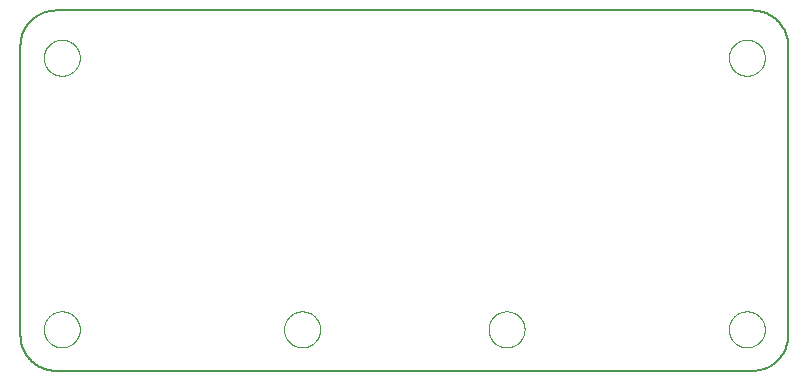
<source format=gko>
G75*
%MOIN*%
%OFA0B0*%
%FSLAX25Y25*%
%IPPOS*%
%LPD*%
%AMOC8*
5,1,8,0,0,1.08239X$1,22.5*
%
%ADD10C,0.00800*%
%ADD11C,0.00000*%
D10*
X0123144Y0128000D02*
X0355428Y0128000D01*
X0355713Y0128003D01*
X0355999Y0128014D01*
X0356284Y0128031D01*
X0356568Y0128055D01*
X0356852Y0128086D01*
X0357135Y0128124D01*
X0357416Y0128169D01*
X0357697Y0128220D01*
X0357977Y0128278D01*
X0358255Y0128343D01*
X0358531Y0128415D01*
X0358805Y0128493D01*
X0359078Y0128578D01*
X0359348Y0128670D01*
X0359616Y0128768D01*
X0359882Y0128872D01*
X0360145Y0128983D01*
X0360405Y0129100D01*
X0360663Y0129223D01*
X0360917Y0129353D01*
X0361168Y0129489D01*
X0361416Y0129630D01*
X0361660Y0129778D01*
X0361901Y0129931D01*
X0362137Y0130091D01*
X0362370Y0130256D01*
X0362599Y0130426D01*
X0362824Y0130602D01*
X0363044Y0130784D01*
X0363260Y0130970D01*
X0363471Y0131162D01*
X0363678Y0131359D01*
X0363880Y0131561D01*
X0364077Y0131768D01*
X0364269Y0131979D01*
X0364455Y0132195D01*
X0364637Y0132415D01*
X0364813Y0132640D01*
X0364983Y0132869D01*
X0365148Y0133102D01*
X0365308Y0133338D01*
X0365461Y0133579D01*
X0365609Y0133823D01*
X0365750Y0134071D01*
X0365886Y0134322D01*
X0366016Y0134576D01*
X0366139Y0134834D01*
X0366256Y0135094D01*
X0366367Y0135357D01*
X0366471Y0135623D01*
X0366569Y0135891D01*
X0366661Y0136161D01*
X0366746Y0136434D01*
X0366824Y0136708D01*
X0366896Y0136984D01*
X0366961Y0137262D01*
X0367019Y0137542D01*
X0367070Y0137823D01*
X0367115Y0138104D01*
X0367153Y0138387D01*
X0367184Y0138671D01*
X0367208Y0138955D01*
X0367225Y0139240D01*
X0367236Y0139526D01*
X0367239Y0139811D01*
X0367239Y0236268D01*
X0367236Y0236553D01*
X0367225Y0236839D01*
X0367208Y0237124D01*
X0367184Y0237408D01*
X0367153Y0237692D01*
X0367115Y0237975D01*
X0367070Y0238256D01*
X0367019Y0238537D01*
X0366961Y0238817D01*
X0366896Y0239095D01*
X0366824Y0239371D01*
X0366746Y0239645D01*
X0366661Y0239918D01*
X0366569Y0240188D01*
X0366471Y0240456D01*
X0366367Y0240722D01*
X0366256Y0240985D01*
X0366139Y0241245D01*
X0366016Y0241503D01*
X0365886Y0241757D01*
X0365750Y0242008D01*
X0365609Y0242256D01*
X0365461Y0242500D01*
X0365308Y0242741D01*
X0365148Y0242977D01*
X0364983Y0243210D01*
X0364813Y0243439D01*
X0364637Y0243664D01*
X0364455Y0243884D01*
X0364269Y0244100D01*
X0364077Y0244311D01*
X0363880Y0244518D01*
X0363678Y0244720D01*
X0363471Y0244917D01*
X0363260Y0245109D01*
X0363044Y0245295D01*
X0362824Y0245477D01*
X0362599Y0245653D01*
X0362370Y0245823D01*
X0362137Y0245988D01*
X0361901Y0246148D01*
X0361660Y0246301D01*
X0361416Y0246449D01*
X0361168Y0246590D01*
X0360917Y0246726D01*
X0360663Y0246856D01*
X0360405Y0246979D01*
X0360145Y0247096D01*
X0359882Y0247207D01*
X0359616Y0247311D01*
X0359348Y0247409D01*
X0359078Y0247501D01*
X0358805Y0247586D01*
X0358531Y0247664D01*
X0358255Y0247736D01*
X0357977Y0247801D01*
X0357697Y0247859D01*
X0357416Y0247910D01*
X0357135Y0247955D01*
X0356852Y0247993D01*
X0356568Y0248024D01*
X0356284Y0248048D01*
X0355999Y0248065D01*
X0355713Y0248076D01*
X0355428Y0248079D01*
X0123144Y0248079D01*
X0122859Y0248076D01*
X0122573Y0248065D01*
X0122288Y0248048D01*
X0122004Y0248024D01*
X0121720Y0247993D01*
X0121437Y0247955D01*
X0121156Y0247910D01*
X0120875Y0247859D01*
X0120595Y0247801D01*
X0120317Y0247736D01*
X0120041Y0247664D01*
X0119767Y0247586D01*
X0119494Y0247501D01*
X0119224Y0247409D01*
X0118956Y0247311D01*
X0118690Y0247207D01*
X0118427Y0247096D01*
X0118167Y0246979D01*
X0117909Y0246856D01*
X0117655Y0246726D01*
X0117404Y0246590D01*
X0117156Y0246449D01*
X0116912Y0246301D01*
X0116671Y0246148D01*
X0116435Y0245988D01*
X0116202Y0245823D01*
X0115973Y0245653D01*
X0115748Y0245477D01*
X0115528Y0245295D01*
X0115312Y0245109D01*
X0115101Y0244917D01*
X0114894Y0244720D01*
X0114692Y0244518D01*
X0114495Y0244311D01*
X0114303Y0244100D01*
X0114117Y0243884D01*
X0113935Y0243664D01*
X0113759Y0243439D01*
X0113589Y0243210D01*
X0113424Y0242977D01*
X0113264Y0242741D01*
X0113111Y0242500D01*
X0112963Y0242256D01*
X0112822Y0242008D01*
X0112686Y0241757D01*
X0112556Y0241503D01*
X0112433Y0241245D01*
X0112316Y0240985D01*
X0112205Y0240722D01*
X0112101Y0240456D01*
X0112003Y0240188D01*
X0111911Y0239918D01*
X0111826Y0239645D01*
X0111748Y0239371D01*
X0111676Y0239095D01*
X0111611Y0238817D01*
X0111553Y0238537D01*
X0111502Y0238256D01*
X0111457Y0237975D01*
X0111419Y0237692D01*
X0111388Y0237408D01*
X0111364Y0237124D01*
X0111347Y0236839D01*
X0111336Y0236553D01*
X0111333Y0236268D01*
X0111333Y0139811D01*
X0111336Y0139526D01*
X0111347Y0139240D01*
X0111364Y0138955D01*
X0111388Y0138671D01*
X0111419Y0138387D01*
X0111457Y0138104D01*
X0111502Y0137823D01*
X0111553Y0137542D01*
X0111611Y0137262D01*
X0111676Y0136984D01*
X0111748Y0136708D01*
X0111826Y0136434D01*
X0111911Y0136161D01*
X0112003Y0135891D01*
X0112101Y0135623D01*
X0112205Y0135357D01*
X0112316Y0135094D01*
X0112433Y0134834D01*
X0112556Y0134576D01*
X0112686Y0134322D01*
X0112822Y0134071D01*
X0112963Y0133823D01*
X0113111Y0133579D01*
X0113264Y0133338D01*
X0113424Y0133102D01*
X0113589Y0132869D01*
X0113759Y0132640D01*
X0113935Y0132415D01*
X0114117Y0132195D01*
X0114303Y0131979D01*
X0114495Y0131768D01*
X0114692Y0131561D01*
X0114894Y0131359D01*
X0115101Y0131162D01*
X0115312Y0130970D01*
X0115528Y0130784D01*
X0115748Y0130602D01*
X0115973Y0130426D01*
X0116202Y0130256D01*
X0116435Y0130091D01*
X0116671Y0129931D01*
X0116912Y0129778D01*
X0117156Y0129630D01*
X0117404Y0129489D01*
X0117655Y0129353D01*
X0117909Y0129223D01*
X0118167Y0129100D01*
X0118427Y0128983D01*
X0118690Y0128872D01*
X0118956Y0128768D01*
X0119224Y0128670D01*
X0119494Y0128578D01*
X0119767Y0128493D01*
X0120041Y0128415D01*
X0120317Y0128343D01*
X0120595Y0128278D01*
X0120875Y0128220D01*
X0121156Y0128169D01*
X0121437Y0128124D01*
X0121720Y0128086D01*
X0122004Y0128055D01*
X0122288Y0128031D01*
X0122573Y0128014D01*
X0122859Y0128003D01*
X0123144Y0128000D01*
D11*
X0119113Y0141780D02*
X0119115Y0141934D01*
X0119121Y0142089D01*
X0119131Y0142243D01*
X0119145Y0142397D01*
X0119163Y0142550D01*
X0119184Y0142703D01*
X0119210Y0142856D01*
X0119240Y0143007D01*
X0119273Y0143158D01*
X0119311Y0143308D01*
X0119352Y0143457D01*
X0119397Y0143605D01*
X0119446Y0143751D01*
X0119499Y0143897D01*
X0119555Y0144040D01*
X0119615Y0144183D01*
X0119679Y0144323D01*
X0119746Y0144463D01*
X0119817Y0144600D01*
X0119891Y0144735D01*
X0119969Y0144869D01*
X0120050Y0145000D01*
X0120135Y0145129D01*
X0120223Y0145257D01*
X0120314Y0145381D01*
X0120408Y0145504D01*
X0120506Y0145624D01*
X0120606Y0145741D01*
X0120710Y0145856D01*
X0120816Y0145968D01*
X0120925Y0146077D01*
X0121037Y0146183D01*
X0121152Y0146287D01*
X0121269Y0146387D01*
X0121389Y0146485D01*
X0121512Y0146579D01*
X0121636Y0146670D01*
X0121764Y0146758D01*
X0121893Y0146843D01*
X0122024Y0146924D01*
X0122158Y0147002D01*
X0122293Y0147076D01*
X0122430Y0147147D01*
X0122570Y0147214D01*
X0122710Y0147278D01*
X0122853Y0147338D01*
X0122996Y0147394D01*
X0123142Y0147447D01*
X0123288Y0147496D01*
X0123436Y0147541D01*
X0123585Y0147582D01*
X0123735Y0147620D01*
X0123886Y0147653D01*
X0124037Y0147683D01*
X0124190Y0147709D01*
X0124343Y0147730D01*
X0124496Y0147748D01*
X0124650Y0147762D01*
X0124804Y0147772D01*
X0124959Y0147778D01*
X0125113Y0147780D01*
X0125267Y0147778D01*
X0125422Y0147772D01*
X0125576Y0147762D01*
X0125730Y0147748D01*
X0125883Y0147730D01*
X0126036Y0147709D01*
X0126189Y0147683D01*
X0126340Y0147653D01*
X0126491Y0147620D01*
X0126641Y0147582D01*
X0126790Y0147541D01*
X0126938Y0147496D01*
X0127084Y0147447D01*
X0127230Y0147394D01*
X0127373Y0147338D01*
X0127516Y0147278D01*
X0127656Y0147214D01*
X0127796Y0147147D01*
X0127933Y0147076D01*
X0128068Y0147002D01*
X0128202Y0146924D01*
X0128333Y0146843D01*
X0128462Y0146758D01*
X0128590Y0146670D01*
X0128714Y0146579D01*
X0128837Y0146485D01*
X0128957Y0146387D01*
X0129074Y0146287D01*
X0129189Y0146183D01*
X0129301Y0146077D01*
X0129410Y0145968D01*
X0129516Y0145856D01*
X0129620Y0145741D01*
X0129720Y0145624D01*
X0129818Y0145504D01*
X0129912Y0145381D01*
X0130003Y0145257D01*
X0130091Y0145129D01*
X0130176Y0145000D01*
X0130257Y0144869D01*
X0130335Y0144735D01*
X0130409Y0144600D01*
X0130480Y0144463D01*
X0130547Y0144323D01*
X0130611Y0144183D01*
X0130671Y0144040D01*
X0130727Y0143897D01*
X0130780Y0143751D01*
X0130829Y0143605D01*
X0130874Y0143457D01*
X0130915Y0143308D01*
X0130953Y0143158D01*
X0130986Y0143007D01*
X0131016Y0142856D01*
X0131042Y0142703D01*
X0131063Y0142550D01*
X0131081Y0142397D01*
X0131095Y0142243D01*
X0131105Y0142089D01*
X0131111Y0141934D01*
X0131113Y0141780D01*
X0131111Y0141626D01*
X0131105Y0141471D01*
X0131095Y0141317D01*
X0131081Y0141163D01*
X0131063Y0141010D01*
X0131042Y0140857D01*
X0131016Y0140704D01*
X0130986Y0140553D01*
X0130953Y0140402D01*
X0130915Y0140252D01*
X0130874Y0140103D01*
X0130829Y0139955D01*
X0130780Y0139809D01*
X0130727Y0139663D01*
X0130671Y0139520D01*
X0130611Y0139377D01*
X0130547Y0139237D01*
X0130480Y0139097D01*
X0130409Y0138960D01*
X0130335Y0138825D01*
X0130257Y0138691D01*
X0130176Y0138560D01*
X0130091Y0138431D01*
X0130003Y0138303D01*
X0129912Y0138179D01*
X0129818Y0138056D01*
X0129720Y0137936D01*
X0129620Y0137819D01*
X0129516Y0137704D01*
X0129410Y0137592D01*
X0129301Y0137483D01*
X0129189Y0137377D01*
X0129074Y0137273D01*
X0128957Y0137173D01*
X0128837Y0137075D01*
X0128714Y0136981D01*
X0128590Y0136890D01*
X0128462Y0136802D01*
X0128333Y0136717D01*
X0128202Y0136636D01*
X0128068Y0136558D01*
X0127933Y0136484D01*
X0127796Y0136413D01*
X0127656Y0136346D01*
X0127516Y0136282D01*
X0127373Y0136222D01*
X0127230Y0136166D01*
X0127084Y0136113D01*
X0126938Y0136064D01*
X0126790Y0136019D01*
X0126641Y0135978D01*
X0126491Y0135940D01*
X0126340Y0135907D01*
X0126189Y0135877D01*
X0126036Y0135851D01*
X0125883Y0135830D01*
X0125730Y0135812D01*
X0125576Y0135798D01*
X0125422Y0135788D01*
X0125267Y0135782D01*
X0125113Y0135780D01*
X0124959Y0135782D01*
X0124804Y0135788D01*
X0124650Y0135798D01*
X0124496Y0135812D01*
X0124343Y0135830D01*
X0124190Y0135851D01*
X0124037Y0135877D01*
X0123886Y0135907D01*
X0123735Y0135940D01*
X0123585Y0135978D01*
X0123436Y0136019D01*
X0123288Y0136064D01*
X0123142Y0136113D01*
X0122996Y0136166D01*
X0122853Y0136222D01*
X0122710Y0136282D01*
X0122570Y0136346D01*
X0122430Y0136413D01*
X0122293Y0136484D01*
X0122158Y0136558D01*
X0122024Y0136636D01*
X0121893Y0136717D01*
X0121764Y0136802D01*
X0121636Y0136890D01*
X0121512Y0136981D01*
X0121389Y0137075D01*
X0121269Y0137173D01*
X0121152Y0137273D01*
X0121037Y0137377D01*
X0120925Y0137483D01*
X0120816Y0137592D01*
X0120710Y0137704D01*
X0120606Y0137819D01*
X0120506Y0137936D01*
X0120408Y0138056D01*
X0120314Y0138179D01*
X0120223Y0138303D01*
X0120135Y0138431D01*
X0120050Y0138560D01*
X0119969Y0138691D01*
X0119891Y0138825D01*
X0119817Y0138960D01*
X0119746Y0139097D01*
X0119679Y0139237D01*
X0119615Y0139377D01*
X0119555Y0139520D01*
X0119499Y0139663D01*
X0119446Y0139809D01*
X0119397Y0139955D01*
X0119352Y0140103D01*
X0119311Y0140252D01*
X0119273Y0140402D01*
X0119240Y0140553D01*
X0119210Y0140704D01*
X0119184Y0140857D01*
X0119163Y0141010D01*
X0119145Y0141163D01*
X0119131Y0141317D01*
X0119121Y0141471D01*
X0119115Y0141626D01*
X0119113Y0141780D01*
X0199213Y0141780D02*
X0199215Y0141934D01*
X0199221Y0142089D01*
X0199231Y0142243D01*
X0199245Y0142397D01*
X0199263Y0142550D01*
X0199284Y0142703D01*
X0199310Y0142856D01*
X0199340Y0143007D01*
X0199373Y0143158D01*
X0199411Y0143308D01*
X0199452Y0143457D01*
X0199497Y0143605D01*
X0199546Y0143751D01*
X0199599Y0143897D01*
X0199655Y0144040D01*
X0199715Y0144183D01*
X0199779Y0144323D01*
X0199846Y0144463D01*
X0199917Y0144600D01*
X0199991Y0144735D01*
X0200069Y0144869D01*
X0200150Y0145000D01*
X0200235Y0145129D01*
X0200323Y0145257D01*
X0200414Y0145381D01*
X0200508Y0145504D01*
X0200606Y0145624D01*
X0200706Y0145741D01*
X0200810Y0145856D01*
X0200916Y0145968D01*
X0201025Y0146077D01*
X0201137Y0146183D01*
X0201252Y0146287D01*
X0201369Y0146387D01*
X0201489Y0146485D01*
X0201612Y0146579D01*
X0201736Y0146670D01*
X0201864Y0146758D01*
X0201993Y0146843D01*
X0202124Y0146924D01*
X0202258Y0147002D01*
X0202393Y0147076D01*
X0202530Y0147147D01*
X0202670Y0147214D01*
X0202810Y0147278D01*
X0202953Y0147338D01*
X0203096Y0147394D01*
X0203242Y0147447D01*
X0203388Y0147496D01*
X0203536Y0147541D01*
X0203685Y0147582D01*
X0203835Y0147620D01*
X0203986Y0147653D01*
X0204137Y0147683D01*
X0204290Y0147709D01*
X0204443Y0147730D01*
X0204596Y0147748D01*
X0204750Y0147762D01*
X0204904Y0147772D01*
X0205059Y0147778D01*
X0205213Y0147780D01*
X0205367Y0147778D01*
X0205522Y0147772D01*
X0205676Y0147762D01*
X0205830Y0147748D01*
X0205983Y0147730D01*
X0206136Y0147709D01*
X0206289Y0147683D01*
X0206440Y0147653D01*
X0206591Y0147620D01*
X0206741Y0147582D01*
X0206890Y0147541D01*
X0207038Y0147496D01*
X0207184Y0147447D01*
X0207330Y0147394D01*
X0207473Y0147338D01*
X0207616Y0147278D01*
X0207756Y0147214D01*
X0207896Y0147147D01*
X0208033Y0147076D01*
X0208168Y0147002D01*
X0208302Y0146924D01*
X0208433Y0146843D01*
X0208562Y0146758D01*
X0208690Y0146670D01*
X0208814Y0146579D01*
X0208937Y0146485D01*
X0209057Y0146387D01*
X0209174Y0146287D01*
X0209289Y0146183D01*
X0209401Y0146077D01*
X0209510Y0145968D01*
X0209616Y0145856D01*
X0209720Y0145741D01*
X0209820Y0145624D01*
X0209918Y0145504D01*
X0210012Y0145381D01*
X0210103Y0145257D01*
X0210191Y0145129D01*
X0210276Y0145000D01*
X0210357Y0144869D01*
X0210435Y0144735D01*
X0210509Y0144600D01*
X0210580Y0144463D01*
X0210647Y0144323D01*
X0210711Y0144183D01*
X0210771Y0144040D01*
X0210827Y0143897D01*
X0210880Y0143751D01*
X0210929Y0143605D01*
X0210974Y0143457D01*
X0211015Y0143308D01*
X0211053Y0143158D01*
X0211086Y0143007D01*
X0211116Y0142856D01*
X0211142Y0142703D01*
X0211163Y0142550D01*
X0211181Y0142397D01*
X0211195Y0142243D01*
X0211205Y0142089D01*
X0211211Y0141934D01*
X0211213Y0141780D01*
X0211211Y0141626D01*
X0211205Y0141471D01*
X0211195Y0141317D01*
X0211181Y0141163D01*
X0211163Y0141010D01*
X0211142Y0140857D01*
X0211116Y0140704D01*
X0211086Y0140553D01*
X0211053Y0140402D01*
X0211015Y0140252D01*
X0210974Y0140103D01*
X0210929Y0139955D01*
X0210880Y0139809D01*
X0210827Y0139663D01*
X0210771Y0139520D01*
X0210711Y0139377D01*
X0210647Y0139237D01*
X0210580Y0139097D01*
X0210509Y0138960D01*
X0210435Y0138825D01*
X0210357Y0138691D01*
X0210276Y0138560D01*
X0210191Y0138431D01*
X0210103Y0138303D01*
X0210012Y0138179D01*
X0209918Y0138056D01*
X0209820Y0137936D01*
X0209720Y0137819D01*
X0209616Y0137704D01*
X0209510Y0137592D01*
X0209401Y0137483D01*
X0209289Y0137377D01*
X0209174Y0137273D01*
X0209057Y0137173D01*
X0208937Y0137075D01*
X0208814Y0136981D01*
X0208690Y0136890D01*
X0208562Y0136802D01*
X0208433Y0136717D01*
X0208302Y0136636D01*
X0208168Y0136558D01*
X0208033Y0136484D01*
X0207896Y0136413D01*
X0207756Y0136346D01*
X0207616Y0136282D01*
X0207473Y0136222D01*
X0207330Y0136166D01*
X0207184Y0136113D01*
X0207038Y0136064D01*
X0206890Y0136019D01*
X0206741Y0135978D01*
X0206591Y0135940D01*
X0206440Y0135907D01*
X0206289Y0135877D01*
X0206136Y0135851D01*
X0205983Y0135830D01*
X0205830Y0135812D01*
X0205676Y0135798D01*
X0205522Y0135788D01*
X0205367Y0135782D01*
X0205213Y0135780D01*
X0205059Y0135782D01*
X0204904Y0135788D01*
X0204750Y0135798D01*
X0204596Y0135812D01*
X0204443Y0135830D01*
X0204290Y0135851D01*
X0204137Y0135877D01*
X0203986Y0135907D01*
X0203835Y0135940D01*
X0203685Y0135978D01*
X0203536Y0136019D01*
X0203388Y0136064D01*
X0203242Y0136113D01*
X0203096Y0136166D01*
X0202953Y0136222D01*
X0202810Y0136282D01*
X0202670Y0136346D01*
X0202530Y0136413D01*
X0202393Y0136484D01*
X0202258Y0136558D01*
X0202124Y0136636D01*
X0201993Y0136717D01*
X0201864Y0136802D01*
X0201736Y0136890D01*
X0201612Y0136981D01*
X0201489Y0137075D01*
X0201369Y0137173D01*
X0201252Y0137273D01*
X0201137Y0137377D01*
X0201025Y0137483D01*
X0200916Y0137592D01*
X0200810Y0137704D01*
X0200706Y0137819D01*
X0200606Y0137936D01*
X0200508Y0138056D01*
X0200414Y0138179D01*
X0200323Y0138303D01*
X0200235Y0138431D01*
X0200150Y0138560D01*
X0200069Y0138691D01*
X0199991Y0138825D01*
X0199917Y0138960D01*
X0199846Y0139097D01*
X0199779Y0139237D01*
X0199715Y0139377D01*
X0199655Y0139520D01*
X0199599Y0139663D01*
X0199546Y0139809D01*
X0199497Y0139955D01*
X0199452Y0140103D01*
X0199411Y0140252D01*
X0199373Y0140402D01*
X0199340Y0140553D01*
X0199310Y0140704D01*
X0199284Y0140857D01*
X0199263Y0141010D01*
X0199245Y0141163D01*
X0199231Y0141317D01*
X0199221Y0141471D01*
X0199215Y0141626D01*
X0199213Y0141780D01*
X0267359Y0141780D02*
X0267361Y0141934D01*
X0267367Y0142089D01*
X0267377Y0142243D01*
X0267391Y0142397D01*
X0267409Y0142550D01*
X0267430Y0142703D01*
X0267456Y0142856D01*
X0267486Y0143007D01*
X0267519Y0143158D01*
X0267557Y0143308D01*
X0267598Y0143457D01*
X0267643Y0143605D01*
X0267692Y0143751D01*
X0267745Y0143897D01*
X0267801Y0144040D01*
X0267861Y0144183D01*
X0267925Y0144323D01*
X0267992Y0144463D01*
X0268063Y0144600D01*
X0268137Y0144735D01*
X0268215Y0144869D01*
X0268296Y0145000D01*
X0268381Y0145129D01*
X0268469Y0145257D01*
X0268560Y0145381D01*
X0268654Y0145504D01*
X0268752Y0145624D01*
X0268852Y0145741D01*
X0268956Y0145856D01*
X0269062Y0145968D01*
X0269171Y0146077D01*
X0269283Y0146183D01*
X0269398Y0146287D01*
X0269515Y0146387D01*
X0269635Y0146485D01*
X0269758Y0146579D01*
X0269882Y0146670D01*
X0270010Y0146758D01*
X0270139Y0146843D01*
X0270270Y0146924D01*
X0270404Y0147002D01*
X0270539Y0147076D01*
X0270676Y0147147D01*
X0270816Y0147214D01*
X0270956Y0147278D01*
X0271099Y0147338D01*
X0271242Y0147394D01*
X0271388Y0147447D01*
X0271534Y0147496D01*
X0271682Y0147541D01*
X0271831Y0147582D01*
X0271981Y0147620D01*
X0272132Y0147653D01*
X0272283Y0147683D01*
X0272436Y0147709D01*
X0272589Y0147730D01*
X0272742Y0147748D01*
X0272896Y0147762D01*
X0273050Y0147772D01*
X0273205Y0147778D01*
X0273359Y0147780D01*
X0273513Y0147778D01*
X0273668Y0147772D01*
X0273822Y0147762D01*
X0273976Y0147748D01*
X0274129Y0147730D01*
X0274282Y0147709D01*
X0274435Y0147683D01*
X0274586Y0147653D01*
X0274737Y0147620D01*
X0274887Y0147582D01*
X0275036Y0147541D01*
X0275184Y0147496D01*
X0275330Y0147447D01*
X0275476Y0147394D01*
X0275619Y0147338D01*
X0275762Y0147278D01*
X0275902Y0147214D01*
X0276042Y0147147D01*
X0276179Y0147076D01*
X0276314Y0147002D01*
X0276448Y0146924D01*
X0276579Y0146843D01*
X0276708Y0146758D01*
X0276836Y0146670D01*
X0276960Y0146579D01*
X0277083Y0146485D01*
X0277203Y0146387D01*
X0277320Y0146287D01*
X0277435Y0146183D01*
X0277547Y0146077D01*
X0277656Y0145968D01*
X0277762Y0145856D01*
X0277866Y0145741D01*
X0277966Y0145624D01*
X0278064Y0145504D01*
X0278158Y0145381D01*
X0278249Y0145257D01*
X0278337Y0145129D01*
X0278422Y0145000D01*
X0278503Y0144869D01*
X0278581Y0144735D01*
X0278655Y0144600D01*
X0278726Y0144463D01*
X0278793Y0144323D01*
X0278857Y0144183D01*
X0278917Y0144040D01*
X0278973Y0143897D01*
X0279026Y0143751D01*
X0279075Y0143605D01*
X0279120Y0143457D01*
X0279161Y0143308D01*
X0279199Y0143158D01*
X0279232Y0143007D01*
X0279262Y0142856D01*
X0279288Y0142703D01*
X0279309Y0142550D01*
X0279327Y0142397D01*
X0279341Y0142243D01*
X0279351Y0142089D01*
X0279357Y0141934D01*
X0279359Y0141780D01*
X0279357Y0141626D01*
X0279351Y0141471D01*
X0279341Y0141317D01*
X0279327Y0141163D01*
X0279309Y0141010D01*
X0279288Y0140857D01*
X0279262Y0140704D01*
X0279232Y0140553D01*
X0279199Y0140402D01*
X0279161Y0140252D01*
X0279120Y0140103D01*
X0279075Y0139955D01*
X0279026Y0139809D01*
X0278973Y0139663D01*
X0278917Y0139520D01*
X0278857Y0139377D01*
X0278793Y0139237D01*
X0278726Y0139097D01*
X0278655Y0138960D01*
X0278581Y0138825D01*
X0278503Y0138691D01*
X0278422Y0138560D01*
X0278337Y0138431D01*
X0278249Y0138303D01*
X0278158Y0138179D01*
X0278064Y0138056D01*
X0277966Y0137936D01*
X0277866Y0137819D01*
X0277762Y0137704D01*
X0277656Y0137592D01*
X0277547Y0137483D01*
X0277435Y0137377D01*
X0277320Y0137273D01*
X0277203Y0137173D01*
X0277083Y0137075D01*
X0276960Y0136981D01*
X0276836Y0136890D01*
X0276708Y0136802D01*
X0276579Y0136717D01*
X0276448Y0136636D01*
X0276314Y0136558D01*
X0276179Y0136484D01*
X0276042Y0136413D01*
X0275902Y0136346D01*
X0275762Y0136282D01*
X0275619Y0136222D01*
X0275476Y0136166D01*
X0275330Y0136113D01*
X0275184Y0136064D01*
X0275036Y0136019D01*
X0274887Y0135978D01*
X0274737Y0135940D01*
X0274586Y0135907D01*
X0274435Y0135877D01*
X0274282Y0135851D01*
X0274129Y0135830D01*
X0273976Y0135812D01*
X0273822Y0135798D01*
X0273668Y0135788D01*
X0273513Y0135782D01*
X0273359Y0135780D01*
X0273205Y0135782D01*
X0273050Y0135788D01*
X0272896Y0135798D01*
X0272742Y0135812D01*
X0272589Y0135830D01*
X0272436Y0135851D01*
X0272283Y0135877D01*
X0272132Y0135907D01*
X0271981Y0135940D01*
X0271831Y0135978D01*
X0271682Y0136019D01*
X0271534Y0136064D01*
X0271388Y0136113D01*
X0271242Y0136166D01*
X0271099Y0136222D01*
X0270956Y0136282D01*
X0270816Y0136346D01*
X0270676Y0136413D01*
X0270539Y0136484D01*
X0270404Y0136558D01*
X0270270Y0136636D01*
X0270139Y0136717D01*
X0270010Y0136802D01*
X0269882Y0136890D01*
X0269758Y0136981D01*
X0269635Y0137075D01*
X0269515Y0137173D01*
X0269398Y0137273D01*
X0269283Y0137377D01*
X0269171Y0137483D01*
X0269062Y0137592D01*
X0268956Y0137704D01*
X0268852Y0137819D01*
X0268752Y0137936D01*
X0268654Y0138056D01*
X0268560Y0138179D01*
X0268469Y0138303D01*
X0268381Y0138431D01*
X0268296Y0138560D01*
X0268215Y0138691D01*
X0268137Y0138825D01*
X0268063Y0138960D01*
X0267992Y0139097D01*
X0267925Y0139237D01*
X0267861Y0139377D01*
X0267801Y0139520D01*
X0267745Y0139663D01*
X0267692Y0139809D01*
X0267643Y0139955D01*
X0267598Y0140103D01*
X0267557Y0140252D01*
X0267519Y0140402D01*
X0267486Y0140553D01*
X0267456Y0140704D01*
X0267430Y0140857D01*
X0267409Y0141010D01*
X0267391Y0141163D01*
X0267377Y0141317D01*
X0267367Y0141471D01*
X0267361Y0141626D01*
X0267359Y0141780D01*
X0347459Y0141780D02*
X0347461Y0141934D01*
X0347467Y0142089D01*
X0347477Y0142243D01*
X0347491Y0142397D01*
X0347509Y0142550D01*
X0347530Y0142703D01*
X0347556Y0142856D01*
X0347586Y0143007D01*
X0347619Y0143158D01*
X0347657Y0143308D01*
X0347698Y0143457D01*
X0347743Y0143605D01*
X0347792Y0143751D01*
X0347845Y0143897D01*
X0347901Y0144040D01*
X0347961Y0144183D01*
X0348025Y0144323D01*
X0348092Y0144463D01*
X0348163Y0144600D01*
X0348237Y0144735D01*
X0348315Y0144869D01*
X0348396Y0145000D01*
X0348481Y0145129D01*
X0348569Y0145257D01*
X0348660Y0145381D01*
X0348754Y0145504D01*
X0348852Y0145624D01*
X0348952Y0145741D01*
X0349056Y0145856D01*
X0349162Y0145968D01*
X0349271Y0146077D01*
X0349383Y0146183D01*
X0349498Y0146287D01*
X0349615Y0146387D01*
X0349735Y0146485D01*
X0349858Y0146579D01*
X0349982Y0146670D01*
X0350110Y0146758D01*
X0350239Y0146843D01*
X0350370Y0146924D01*
X0350504Y0147002D01*
X0350639Y0147076D01*
X0350776Y0147147D01*
X0350916Y0147214D01*
X0351056Y0147278D01*
X0351199Y0147338D01*
X0351342Y0147394D01*
X0351488Y0147447D01*
X0351634Y0147496D01*
X0351782Y0147541D01*
X0351931Y0147582D01*
X0352081Y0147620D01*
X0352232Y0147653D01*
X0352383Y0147683D01*
X0352536Y0147709D01*
X0352689Y0147730D01*
X0352842Y0147748D01*
X0352996Y0147762D01*
X0353150Y0147772D01*
X0353305Y0147778D01*
X0353459Y0147780D01*
X0353613Y0147778D01*
X0353768Y0147772D01*
X0353922Y0147762D01*
X0354076Y0147748D01*
X0354229Y0147730D01*
X0354382Y0147709D01*
X0354535Y0147683D01*
X0354686Y0147653D01*
X0354837Y0147620D01*
X0354987Y0147582D01*
X0355136Y0147541D01*
X0355284Y0147496D01*
X0355430Y0147447D01*
X0355576Y0147394D01*
X0355719Y0147338D01*
X0355862Y0147278D01*
X0356002Y0147214D01*
X0356142Y0147147D01*
X0356279Y0147076D01*
X0356414Y0147002D01*
X0356548Y0146924D01*
X0356679Y0146843D01*
X0356808Y0146758D01*
X0356936Y0146670D01*
X0357060Y0146579D01*
X0357183Y0146485D01*
X0357303Y0146387D01*
X0357420Y0146287D01*
X0357535Y0146183D01*
X0357647Y0146077D01*
X0357756Y0145968D01*
X0357862Y0145856D01*
X0357966Y0145741D01*
X0358066Y0145624D01*
X0358164Y0145504D01*
X0358258Y0145381D01*
X0358349Y0145257D01*
X0358437Y0145129D01*
X0358522Y0145000D01*
X0358603Y0144869D01*
X0358681Y0144735D01*
X0358755Y0144600D01*
X0358826Y0144463D01*
X0358893Y0144323D01*
X0358957Y0144183D01*
X0359017Y0144040D01*
X0359073Y0143897D01*
X0359126Y0143751D01*
X0359175Y0143605D01*
X0359220Y0143457D01*
X0359261Y0143308D01*
X0359299Y0143158D01*
X0359332Y0143007D01*
X0359362Y0142856D01*
X0359388Y0142703D01*
X0359409Y0142550D01*
X0359427Y0142397D01*
X0359441Y0142243D01*
X0359451Y0142089D01*
X0359457Y0141934D01*
X0359459Y0141780D01*
X0359457Y0141626D01*
X0359451Y0141471D01*
X0359441Y0141317D01*
X0359427Y0141163D01*
X0359409Y0141010D01*
X0359388Y0140857D01*
X0359362Y0140704D01*
X0359332Y0140553D01*
X0359299Y0140402D01*
X0359261Y0140252D01*
X0359220Y0140103D01*
X0359175Y0139955D01*
X0359126Y0139809D01*
X0359073Y0139663D01*
X0359017Y0139520D01*
X0358957Y0139377D01*
X0358893Y0139237D01*
X0358826Y0139097D01*
X0358755Y0138960D01*
X0358681Y0138825D01*
X0358603Y0138691D01*
X0358522Y0138560D01*
X0358437Y0138431D01*
X0358349Y0138303D01*
X0358258Y0138179D01*
X0358164Y0138056D01*
X0358066Y0137936D01*
X0357966Y0137819D01*
X0357862Y0137704D01*
X0357756Y0137592D01*
X0357647Y0137483D01*
X0357535Y0137377D01*
X0357420Y0137273D01*
X0357303Y0137173D01*
X0357183Y0137075D01*
X0357060Y0136981D01*
X0356936Y0136890D01*
X0356808Y0136802D01*
X0356679Y0136717D01*
X0356548Y0136636D01*
X0356414Y0136558D01*
X0356279Y0136484D01*
X0356142Y0136413D01*
X0356002Y0136346D01*
X0355862Y0136282D01*
X0355719Y0136222D01*
X0355576Y0136166D01*
X0355430Y0136113D01*
X0355284Y0136064D01*
X0355136Y0136019D01*
X0354987Y0135978D01*
X0354837Y0135940D01*
X0354686Y0135907D01*
X0354535Y0135877D01*
X0354382Y0135851D01*
X0354229Y0135830D01*
X0354076Y0135812D01*
X0353922Y0135798D01*
X0353768Y0135788D01*
X0353613Y0135782D01*
X0353459Y0135780D01*
X0353305Y0135782D01*
X0353150Y0135788D01*
X0352996Y0135798D01*
X0352842Y0135812D01*
X0352689Y0135830D01*
X0352536Y0135851D01*
X0352383Y0135877D01*
X0352232Y0135907D01*
X0352081Y0135940D01*
X0351931Y0135978D01*
X0351782Y0136019D01*
X0351634Y0136064D01*
X0351488Y0136113D01*
X0351342Y0136166D01*
X0351199Y0136222D01*
X0351056Y0136282D01*
X0350916Y0136346D01*
X0350776Y0136413D01*
X0350639Y0136484D01*
X0350504Y0136558D01*
X0350370Y0136636D01*
X0350239Y0136717D01*
X0350110Y0136802D01*
X0349982Y0136890D01*
X0349858Y0136981D01*
X0349735Y0137075D01*
X0349615Y0137173D01*
X0349498Y0137273D01*
X0349383Y0137377D01*
X0349271Y0137483D01*
X0349162Y0137592D01*
X0349056Y0137704D01*
X0348952Y0137819D01*
X0348852Y0137936D01*
X0348754Y0138056D01*
X0348660Y0138179D01*
X0348569Y0138303D01*
X0348481Y0138431D01*
X0348396Y0138560D01*
X0348315Y0138691D01*
X0348237Y0138825D01*
X0348163Y0138960D01*
X0348092Y0139097D01*
X0348025Y0139237D01*
X0347961Y0139377D01*
X0347901Y0139520D01*
X0347845Y0139663D01*
X0347792Y0139809D01*
X0347743Y0139955D01*
X0347698Y0140103D01*
X0347657Y0140252D01*
X0347619Y0140402D01*
X0347586Y0140553D01*
X0347556Y0140704D01*
X0347530Y0140857D01*
X0347509Y0141010D01*
X0347491Y0141163D01*
X0347477Y0141317D01*
X0347467Y0141471D01*
X0347461Y0141626D01*
X0347459Y0141780D01*
X0347459Y0232331D02*
X0347461Y0232485D01*
X0347467Y0232640D01*
X0347477Y0232794D01*
X0347491Y0232948D01*
X0347509Y0233101D01*
X0347530Y0233254D01*
X0347556Y0233407D01*
X0347586Y0233558D01*
X0347619Y0233709D01*
X0347657Y0233859D01*
X0347698Y0234008D01*
X0347743Y0234156D01*
X0347792Y0234302D01*
X0347845Y0234448D01*
X0347901Y0234591D01*
X0347961Y0234734D01*
X0348025Y0234874D01*
X0348092Y0235014D01*
X0348163Y0235151D01*
X0348237Y0235286D01*
X0348315Y0235420D01*
X0348396Y0235551D01*
X0348481Y0235680D01*
X0348569Y0235808D01*
X0348660Y0235932D01*
X0348754Y0236055D01*
X0348852Y0236175D01*
X0348952Y0236292D01*
X0349056Y0236407D01*
X0349162Y0236519D01*
X0349271Y0236628D01*
X0349383Y0236734D01*
X0349498Y0236838D01*
X0349615Y0236938D01*
X0349735Y0237036D01*
X0349858Y0237130D01*
X0349982Y0237221D01*
X0350110Y0237309D01*
X0350239Y0237394D01*
X0350370Y0237475D01*
X0350504Y0237553D01*
X0350639Y0237627D01*
X0350776Y0237698D01*
X0350916Y0237765D01*
X0351056Y0237829D01*
X0351199Y0237889D01*
X0351342Y0237945D01*
X0351488Y0237998D01*
X0351634Y0238047D01*
X0351782Y0238092D01*
X0351931Y0238133D01*
X0352081Y0238171D01*
X0352232Y0238204D01*
X0352383Y0238234D01*
X0352536Y0238260D01*
X0352689Y0238281D01*
X0352842Y0238299D01*
X0352996Y0238313D01*
X0353150Y0238323D01*
X0353305Y0238329D01*
X0353459Y0238331D01*
X0353613Y0238329D01*
X0353768Y0238323D01*
X0353922Y0238313D01*
X0354076Y0238299D01*
X0354229Y0238281D01*
X0354382Y0238260D01*
X0354535Y0238234D01*
X0354686Y0238204D01*
X0354837Y0238171D01*
X0354987Y0238133D01*
X0355136Y0238092D01*
X0355284Y0238047D01*
X0355430Y0237998D01*
X0355576Y0237945D01*
X0355719Y0237889D01*
X0355862Y0237829D01*
X0356002Y0237765D01*
X0356142Y0237698D01*
X0356279Y0237627D01*
X0356414Y0237553D01*
X0356548Y0237475D01*
X0356679Y0237394D01*
X0356808Y0237309D01*
X0356936Y0237221D01*
X0357060Y0237130D01*
X0357183Y0237036D01*
X0357303Y0236938D01*
X0357420Y0236838D01*
X0357535Y0236734D01*
X0357647Y0236628D01*
X0357756Y0236519D01*
X0357862Y0236407D01*
X0357966Y0236292D01*
X0358066Y0236175D01*
X0358164Y0236055D01*
X0358258Y0235932D01*
X0358349Y0235808D01*
X0358437Y0235680D01*
X0358522Y0235551D01*
X0358603Y0235420D01*
X0358681Y0235286D01*
X0358755Y0235151D01*
X0358826Y0235014D01*
X0358893Y0234874D01*
X0358957Y0234734D01*
X0359017Y0234591D01*
X0359073Y0234448D01*
X0359126Y0234302D01*
X0359175Y0234156D01*
X0359220Y0234008D01*
X0359261Y0233859D01*
X0359299Y0233709D01*
X0359332Y0233558D01*
X0359362Y0233407D01*
X0359388Y0233254D01*
X0359409Y0233101D01*
X0359427Y0232948D01*
X0359441Y0232794D01*
X0359451Y0232640D01*
X0359457Y0232485D01*
X0359459Y0232331D01*
X0359457Y0232177D01*
X0359451Y0232022D01*
X0359441Y0231868D01*
X0359427Y0231714D01*
X0359409Y0231561D01*
X0359388Y0231408D01*
X0359362Y0231255D01*
X0359332Y0231104D01*
X0359299Y0230953D01*
X0359261Y0230803D01*
X0359220Y0230654D01*
X0359175Y0230506D01*
X0359126Y0230360D01*
X0359073Y0230214D01*
X0359017Y0230071D01*
X0358957Y0229928D01*
X0358893Y0229788D01*
X0358826Y0229648D01*
X0358755Y0229511D01*
X0358681Y0229376D01*
X0358603Y0229242D01*
X0358522Y0229111D01*
X0358437Y0228982D01*
X0358349Y0228854D01*
X0358258Y0228730D01*
X0358164Y0228607D01*
X0358066Y0228487D01*
X0357966Y0228370D01*
X0357862Y0228255D01*
X0357756Y0228143D01*
X0357647Y0228034D01*
X0357535Y0227928D01*
X0357420Y0227824D01*
X0357303Y0227724D01*
X0357183Y0227626D01*
X0357060Y0227532D01*
X0356936Y0227441D01*
X0356808Y0227353D01*
X0356679Y0227268D01*
X0356548Y0227187D01*
X0356414Y0227109D01*
X0356279Y0227035D01*
X0356142Y0226964D01*
X0356002Y0226897D01*
X0355862Y0226833D01*
X0355719Y0226773D01*
X0355576Y0226717D01*
X0355430Y0226664D01*
X0355284Y0226615D01*
X0355136Y0226570D01*
X0354987Y0226529D01*
X0354837Y0226491D01*
X0354686Y0226458D01*
X0354535Y0226428D01*
X0354382Y0226402D01*
X0354229Y0226381D01*
X0354076Y0226363D01*
X0353922Y0226349D01*
X0353768Y0226339D01*
X0353613Y0226333D01*
X0353459Y0226331D01*
X0353305Y0226333D01*
X0353150Y0226339D01*
X0352996Y0226349D01*
X0352842Y0226363D01*
X0352689Y0226381D01*
X0352536Y0226402D01*
X0352383Y0226428D01*
X0352232Y0226458D01*
X0352081Y0226491D01*
X0351931Y0226529D01*
X0351782Y0226570D01*
X0351634Y0226615D01*
X0351488Y0226664D01*
X0351342Y0226717D01*
X0351199Y0226773D01*
X0351056Y0226833D01*
X0350916Y0226897D01*
X0350776Y0226964D01*
X0350639Y0227035D01*
X0350504Y0227109D01*
X0350370Y0227187D01*
X0350239Y0227268D01*
X0350110Y0227353D01*
X0349982Y0227441D01*
X0349858Y0227532D01*
X0349735Y0227626D01*
X0349615Y0227724D01*
X0349498Y0227824D01*
X0349383Y0227928D01*
X0349271Y0228034D01*
X0349162Y0228143D01*
X0349056Y0228255D01*
X0348952Y0228370D01*
X0348852Y0228487D01*
X0348754Y0228607D01*
X0348660Y0228730D01*
X0348569Y0228854D01*
X0348481Y0228982D01*
X0348396Y0229111D01*
X0348315Y0229242D01*
X0348237Y0229376D01*
X0348163Y0229511D01*
X0348092Y0229648D01*
X0348025Y0229788D01*
X0347961Y0229928D01*
X0347901Y0230071D01*
X0347845Y0230214D01*
X0347792Y0230360D01*
X0347743Y0230506D01*
X0347698Y0230654D01*
X0347657Y0230803D01*
X0347619Y0230953D01*
X0347586Y0231104D01*
X0347556Y0231255D01*
X0347530Y0231408D01*
X0347509Y0231561D01*
X0347491Y0231714D01*
X0347477Y0231868D01*
X0347467Y0232022D01*
X0347461Y0232177D01*
X0347459Y0232331D01*
X0119113Y0232331D02*
X0119115Y0232485D01*
X0119121Y0232640D01*
X0119131Y0232794D01*
X0119145Y0232948D01*
X0119163Y0233101D01*
X0119184Y0233254D01*
X0119210Y0233407D01*
X0119240Y0233558D01*
X0119273Y0233709D01*
X0119311Y0233859D01*
X0119352Y0234008D01*
X0119397Y0234156D01*
X0119446Y0234302D01*
X0119499Y0234448D01*
X0119555Y0234591D01*
X0119615Y0234734D01*
X0119679Y0234874D01*
X0119746Y0235014D01*
X0119817Y0235151D01*
X0119891Y0235286D01*
X0119969Y0235420D01*
X0120050Y0235551D01*
X0120135Y0235680D01*
X0120223Y0235808D01*
X0120314Y0235932D01*
X0120408Y0236055D01*
X0120506Y0236175D01*
X0120606Y0236292D01*
X0120710Y0236407D01*
X0120816Y0236519D01*
X0120925Y0236628D01*
X0121037Y0236734D01*
X0121152Y0236838D01*
X0121269Y0236938D01*
X0121389Y0237036D01*
X0121512Y0237130D01*
X0121636Y0237221D01*
X0121764Y0237309D01*
X0121893Y0237394D01*
X0122024Y0237475D01*
X0122158Y0237553D01*
X0122293Y0237627D01*
X0122430Y0237698D01*
X0122570Y0237765D01*
X0122710Y0237829D01*
X0122853Y0237889D01*
X0122996Y0237945D01*
X0123142Y0237998D01*
X0123288Y0238047D01*
X0123436Y0238092D01*
X0123585Y0238133D01*
X0123735Y0238171D01*
X0123886Y0238204D01*
X0124037Y0238234D01*
X0124190Y0238260D01*
X0124343Y0238281D01*
X0124496Y0238299D01*
X0124650Y0238313D01*
X0124804Y0238323D01*
X0124959Y0238329D01*
X0125113Y0238331D01*
X0125267Y0238329D01*
X0125422Y0238323D01*
X0125576Y0238313D01*
X0125730Y0238299D01*
X0125883Y0238281D01*
X0126036Y0238260D01*
X0126189Y0238234D01*
X0126340Y0238204D01*
X0126491Y0238171D01*
X0126641Y0238133D01*
X0126790Y0238092D01*
X0126938Y0238047D01*
X0127084Y0237998D01*
X0127230Y0237945D01*
X0127373Y0237889D01*
X0127516Y0237829D01*
X0127656Y0237765D01*
X0127796Y0237698D01*
X0127933Y0237627D01*
X0128068Y0237553D01*
X0128202Y0237475D01*
X0128333Y0237394D01*
X0128462Y0237309D01*
X0128590Y0237221D01*
X0128714Y0237130D01*
X0128837Y0237036D01*
X0128957Y0236938D01*
X0129074Y0236838D01*
X0129189Y0236734D01*
X0129301Y0236628D01*
X0129410Y0236519D01*
X0129516Y0236407D01*
X0129620Y0236292D01*
X0129720Y0236175D01*
X0129818Y0236055D01*
X0129912Y0235932D01*
X0130003Y0235808D01*
X0130091Y0235680D01*
X0130176Y0235551D01*
X0130257Y0235420D01*
X0130335Y0235286D01*
X0130409Y0235151D01*
X0130480Y0235014D01*
X0130547Y0234874D01*
X0130611Y0234734D01*
X0130671Y0234591D01*
X0130727Y0234448D01*
X0130780Y0234302D01*
X0130829Y0234156D01*
X0130874Y0234008D01*
X0130915Y0233859D01*
X0130953Y0233709D01*
X0130986Y0233558D01*
X0131016Y0233407D01*
X0131042Y0233254D01*
X0131063Y0233101D01*
X0131081Y0232948D01*
X0131095Y0232794D01*
X0131105Y0232640D01*
X0131111Y0232485D01*
X0131113Y0232331D01*
X0131111Y0232177D01*
X0131105Y0232022D01*
X0131095Y0231868D01*
X0131081Y0231714D01*
X0131063Y0231561D01*
X0131042Y0231408D01*
X0131016Y0231255D01*
X0130986Y0231104D01*
X0130953Y0230953D01*
X0130915Y0230803D01*
X0130874Y0230654D01*
X0130829Y0230506D01*
X0130780Y0230360D01*
X0130727Y0230214D01*
X0130671Y0230071D01*
X0130611Y0229928D01*
X0130547Y0229788D01*
X0130480Y0229648D01*
X0130409Y0229511D01*
X0130335Y0229376D01*
X0130257Y0229242D01*
X0130176Y0229111D01*
X0130091Y0228982D01*
X0130003Y0228854D01*
X0129912Y0228730D01*
X0129818Y0228607D01*
X0129720Y0228487D01*
X0129620Y0228370D01*
X0129516Y0228255D01*
X0129410Y0228143D01*
X0129301Y0228034D01*
X0129189Y0227928D01*
X0129074Y0227824D01*
X0128957Y0227724D01*
X0128837Y0227626D01*
X0128714Y0227532D01*
X0128590Y0227441D01*
X0128462Y0227353D01*
X0128333Y0227268D01*
X0128202Y0227187D01*
X0128068Y0227109D01*
X0127933Y0227035D01*
X0127796Y0226964D01*
X0127656Y0226897D01*
X0127516Y0226833D01*
X0127373Y0226773D01*
X0127230Y0226717D01*
X0127084Y0226664D01*
X0126938Y0226615D01*
X0126790Y0226570D01*
X0126641Y0226529D01*
X0126491Y0226491D01*
X0126340Y0226458D01*
X0126189Y0226428D01*
X0126036Y0226402D01*
X0125883Y0226381D01*
X0125730Y0226363D01*
X0125576Y0226349D01*
X0125422Y0226339D01*
X0125267Y0226333D01*
X0125113Y0226331D01*
X0124959Y0226333D01*
X0124804Y0226339D01*
X0124650Y0226349D01*
X0124496Y0226363D01*
X0124343Y0226381D01*
X0124190Y0226402D01*
X0124037Y0226428D01*
X0123886Y0226458D01*
X0123735Y0226491D01*
X0123585Y0226529D01*
X0123436Y0226570D01*
X0123288Y0226615D01*
X0123142Y0226664D01*
X0122996Y0226717D01*
X0122853Y0226773D01*
X0122710Y0226833D01*
X0122570Y0226897D01*
X0122430Y0226964D01*
X0122293Y0227035D01*
X0122158Y0227109D01*
X0122024Y0227187D01*
X0121893Y0227268D01*
X0121764Y0227353D01*
X0121636Y0227441D01*
X0121512Y0227532D01*
X0121389Y0227626D01*
X0121269Y0227724D01*
X0121152Y0227824D01*
X0121037Y0227928D01*
X0120925Y0228034D01*
X0120816Y0228143D01*
X0120710Y0228255D01*
X0120606Y0228370D01*
X0120506Y0228487D01*
X0120408Y0228607D01*
X0120314Y0228730D01*
X0120223Y0228854D01*
X0120135Y0228982D01*
X0120050Y0229111D01*
X0119969Y0229242D01*
X0119891Y0229376D01*
X0119817Y0229511D01*
X0119746Y0229648D01*
X0119679Y0229788D01*
X0119615Y0229928D01*
X0119555Y0230071D01*
X0119499Y0230214D01*
X0119446Y0230360D01*
X0119397Y0230506D01*
X0119352Y0230654D01*
X0119311Y0230803D01*
X0119273Y0230953D01*
X0119240Y0231104D01*
X0119210Y0231255D01*
X0119184Y0231408D01*
X0119163Y0231561D01*
X0119145Y0231714D01*
X0119131Y0231868D01*
X0119121Y0232022D01*
X0119115Y0232177D01*
X0119113Y0232331D01*
M02*

</source>
